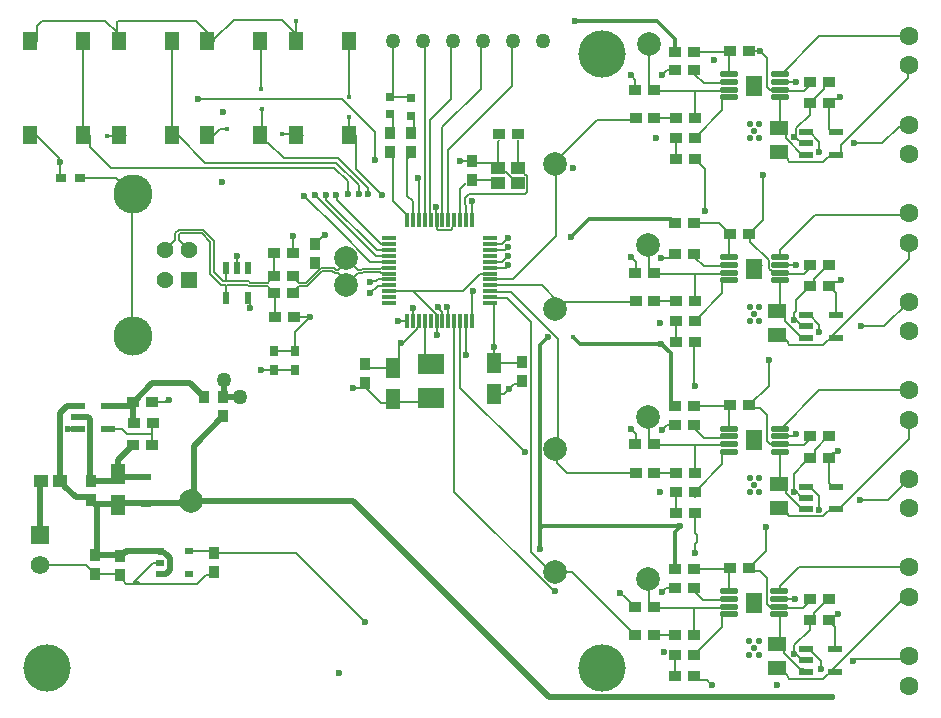
<source format=gtl>
G04*
G04 #@! TF.GenerationSoftware,Altium Limited,Altium Designer,24.8.2 (39)*
G04*
G04 Layer_Physical_Order=1*
G04 Layer_Color=255*
%FSLAX44Y44*%
%MOMM*%
G71*
G04*
G04 #@! TF.SameCoordinates,DE467F84-66AF-4C6A-BC95-973404F0CDF1*
G04*
G04*
G04 #@! TF.FilePolarity,Positive*
G04*
G01*
G75*
%ADD11C,0.5080*%
%ADD23R,1.2954X1.5494*%
%ADD24C,2.0000*%
%ADD25R,0.7000X0.9500*%
%ADD26R,0.3000X1.2000*%
%ADD27R,1.2000X0.3000*%
%ADD28R,1.0000X0.9500*%
G04:AMPARAMS|DCode=29|XSize=1.47mm|YSize=0.48mm|CornerRadius=0.06mm|HoleSize=0mm|Usage=FLASHONLY|Rotation=0.000|XOffset=0mm|YOffset=0mm|HoleType=Round|Shape=RoundedRectangle|*
%AMROUNDEDRECTD29*
21,1,1.4700,0.3600,0,0,0.0*
21,1,1.3500,0.4800,0,0,0.0*
1,1,0.1200,0.6750,-0.1800*
1,1,0.1200,-0.6750,-0.1800*
1,1,0.1200,-0.6750,0.1800*
1,1,0.1200,0.6750,0.1800*
%
%ADD29ROUNDEDRECTD29*%
G04:AMPARAMS|DCode=30|XSize=1.21mm|YSize=0.59mm|CornerRadius=0.0738mm|HoleSize=0mm|Usage=FLASHONLY|Rotation=0.000|XOffset=0mm|YOffset=0mm|HoleType=Round|Shape=RoundedRectangle|*
%AMROUNDEDRECTD30*
21,1,1.2100,0.4425,0,0,0.0*
21,1,1.0625,0.5900,0,0,0.0*
1,1,0.1475,0.5313,-0.2213*
1,1,0.1475,-0.5313,-0.2213*
1,1,0.1475,-0.5313,0.2213*
1,1,0.1475,0.5313,0.2213*
%
%ADD30ROUNDEDRECTD30*%
%ADD31R,0.9500X1.0000*%
%ADD32R,2.2300X1.8000*%
%ADD33R,0.6000X1.1000*%
%ADD34R,1.6002X1.2700*%
%ADD35R,1.2300X1.8000*%
%ADD36R,0.8000X0.5500*%
%ADD37R,0.8000X0.8000*%
%ADD38R,0.9500X0.7000*%
%ADD39R,1.3061X1.0582*%
%ADD40R,0.8300X0.6300*%
%ADD41R,1.1938X0.9906*%
%ADD58C,1.2700*%
%ADD63R,1.5700X1.5700*%
%ADD64C,1.5700*%
%ADD69R,1.4300X1.7600*%
%ADD70C,0.2032*%
%ADD71C,0.3048*%
%ADD72C,0.2000*%
%ADD73C,4.0000*%
%ADD74C,1.6000*%
%ADD75C,1.4280*%
%ADD76R,1.4280X1.4280*%
%ADD77C,3.3160*%
%ADD78C,0.4500*%
%ADD79C,0.6000*%
%ADD80C,0.5500*%
D11*
X455000Y15000D02*
X695000D01*
X154000Y181000D02*
X289000D01*
X455000Y15000D01*
X114000Y179289D02*
X150288D01*
X72038Y178438D02*
X89461D01*
X91389Y179289D02*
X114000D01*
X89461Y178438D02*
X90000Y177900D01*
X91389Y179289D01*
X39886Y198875D02*
X41125D01*
X44751Y194010D02*
Y195249D01*
X54301Y184460D02*
X64790D01*
X41125Y198875D02*
X44751Y195249D01*
Y194010D02*
X54301Y184460D01*
X67000Y181750D02*
Y182000D01*
X64790Y184460D02*
X67000Y182250D01*
Y182000D02*
Y182250D01*
X179000Y269000D02*
X193000D01*
X179500Y269500D02*
Y283500D01*
X179000Y269000D02*
X179500Y269500D01*
Y283500D02*
X180000Y284000D01*
X40761Y198000D02*
Y255585D01*
X46676Y261500D01*
X56450D01*
X128471Y138290D02*
X131455Y135306D01*
X131473D01*
X133998Y122686D02*
Y132781D01*
X124960Y138290D02*
X128471D01*
X131473Y135306D02*
X133998Y132781D01*
X124540Y138710D02*
X124960Y138290D01*
X126000Y119500D02*
X126210Y119710D01*
X131022D01*
X133998Y122686D01*
X97186Y138939D02*
X124312D01*
X94210Y137460D02*
X95707D01*
X92000Y135000D02*
Y135250D01*
X71300Y177700D02*
X71950Y177050D01*
X67000Y181750D02*
X70311Y178438D01*
X70561D02*
X71300Y177700D01*
X71950Y136250D02*
Y177050D01*
X71000Y135300D02*
X71950Y136250D01*
X70311Y178438D02*
X70561D01*
X91262Y135738D02*
X92000Y135000D01*
X95707Y137460D02*
X97186Y138939D01*
X71300Y177700D02*
X72038Y178438D01*
X150288Y179289D02*
X152000Y181000D01*
X92000Y135250D02*
X94210Y137460D01*
X71438Y135738D02*
X91262D01*
X66190Y198810D02*
Y250810D01*
X65000Y252000D02*
X66190Y250810D01*
X56450Y252000D02*
X65000D01*
X66190Y198810D02*
X67000Y198000D01*
X90000Y204100D02*
X92950Y201150D01*
X114000D01*
X90000Y216250D02*
X102750Y229000D01*
X103000D01*
X90000Y204100D02*
Y216250D01*
X84866Y198000D02*
X90000Y203134D01*
X67000Y198000D02*
X84866D01*
X90000Y203134D02*
Y204100D01*
X152000Y181000D02*
X154000Y183000D01*
Y228000D02*
X179000Y253000D01*
X154000Y183000D02*
Y228000D01*
X151250Y281000D02*
X163000Y269250D01*
X103250Y265000D02*
X119250Y281000D01*
X151250D01*
X163000Y269000D02*
Y269250D01*
X103000Y247000D02*
Y265000D01*
X81550Y261500D02*
X99500D01*
X103000Y265000D01*
X103250D01*
X24000Y152700D02*
Y196761D01*
D23*
X60613Y570775D02*
D03*
X15613D02*
D03*
Y491275D02*
D03*
X60613D02*
D03*
X135613D02*
D03*
X90613D02*
D03*
Y570775D02*
D03*
X135613D02*
D03*
X210613Y491275D02*
D03*
X165613D02*
D03*
Y570775D02*
D03*
X210613D02*
D03*
X285613Y491275D02*
D03*
X240613D02*
D03*
Y570775D02*
D03*
X285613D02*
D03*
D24*
X283439Y363800D02*
D03*
X283000Y387000D02*
D03*
X460000Y466906D02*
D03*
Y344000D02*
D03*
Y225000D02*
D03*
Y121000D02*
D03*
X540000Y568000D02*
D03*
X538849Y397670D02*
D03*
Y252670D02*
D03*
X538628Y114926D02*
D03*
X152000Y181000D02*
D03*
D25*
X240000Y291750D02*
D03*
Y308250D02*
D03*
X222000Y291750D02*
D03*
Y308250D02*
D03*
D26*
X389730Y418800D02*
D03*
X384730D02*
D03*
X379730D02*
D03*
X374730D02*
D03*
X369730D02*
D03*
X364730D02*
D03*
X359730D02*
D03*
X354730D02*
D03*
X349730D02*
D03*
X344730D02*
D03*
X339730D02*
D03*
X334730D02*
D03*
Y333800D02*
D03*
X339730D02*
D03*
X344730D02*
D03*
X349730D02*
D03*
X354730D02*
D03*
X359730D02*
D03*
X364730D02*
D03*
X369730D02*
D03*
X374730D02*
D03*
X379730D02*
D03*
X384730D02*
D03*
X389730D02*
D03*
D27*
X319730Y403800D02*
D03*
Y398800D02*
D03*
Y393800D02*
D03*
Y388800D02*
D03*
Y383800D02*
D03*
Y378800D02*
D03*
Y373800D02*
D03*
Y368800D02*
D03*
Y363800D02*
D03*
Y358800D02*
D03*
Y353800D02*
D03*
Y348800D02*
D03*
X404730D02*
D03*
Y353800D02*
D03*
Y358800D02*
D03*
Y363800D02*
D03*
Y368800D02*
D03*
Y373800D02*
D03*
Y378800D02*
D03*
Y383800D02*
D03*
Y388800D02*
D03*
Y393800D02*
D03*
Y398800D02*
D03*
Y403800D02*
D03*
D28*
X429000Y492000D02*
D03*
X413000D02*
D03*
X691849Y535943D02*
D03*
X675849D02*
D03*
X691628Y98198D02*
D03*
X675628D02*
D03*
X528068Y67562D02*
D03*
X544067D02*
D03*
X675628Y80255D02*
D03*
X691628D02*
D03*
X527704Y91562D02*
D03*
X543704D02*
D03*
X561628Y108000D02*
D03*
X577628D02*
D03*
X578068Y33138D02*
D03*
X562068D02*
D03*
X608068Y124562D02*
D03*
X624067D02*
D03*
X562068Y67562D02*
D03*
X578068D02*
D03*
X562068Y51138D02*
D03*
X578068D02*
D03*
X577628Y124000D02*
D03*
X561628D02*
D03*
X577849Y416745D02*
D03*
X561849D02*
D03*
X675849Y518000D02*
D03*
X691849D02*
D03*
X528289Y350307D02*
D03*
X544289D02*
D03*
X578289Y315882D02*
D03*
X562289D02*
D03*
X561849Y390745D02*
D03*
X577849D02*
D03*
X675849Y363000D02*
D03*
X691849D02*
D03*
Y380943D02*
D03*
X675849D02*
D03*
X527925Y374307D02*
D03*
X543925D02*
D03*
X527925Y529306D02*
D03*
X543925D02*
D03*
X561849Y545745D02*
D03*
X577849D02*
D03*
X528289Y505307D02*
D03*
X544289D02*
D03*
X691849Y218000D02*
D03*
X675849D02*
D03*
Y235943D02*
D03*
X691849D02*
D03*
X577849Y245745D02*
D03*
X561849D02*
D03*
X578289Y470882D02*
D03*
X562289D02*
D03*
Y170882D02*
D03*
X578289D02*
D03*
X543925Y229307D02*
D03*
X527925D02*
D03*
X544289Y205307D02*
D03*
X528289D02*
D03*
X608289Y407307D02*
D03*
X624289D02*
D03*
X577849Y561745D02*
D03*
X561849D02*
D03*
X608289Y562307D02*
D03*
X624289D02*
D03*
X562289Y350307D02*
D03*
X578289D02*
D03*
X562289Y333882D02*
D03*
X578289D02*
D03*
Y205307D02*
D03*
X562289D02*
D03*
Y505307D02*
D03*
X578289D02*
D03*
X562289Y488882D02*
D03*
X578289D02*
D03*
Y188882D02*
D03*
X562289D02*
D03*
X561849Y261745D02*
D03*
X577849D02*
D03*
X624289Y262307D02*
D03*
X608289D02*
D03*
X104000Y247000D02*
D03*
X120000D02*
D03*
X103000Y265000D02*
D03*
X119000D02*
D03*
X119000Y229000D02*
D03*
X103000D02*
D03*
X238000Y357000D02*
D03*
Y372158D02*
D03*
X222000Y357000D02*
D03*
Y372158D02*
D03*
X238000Y391000D02*
D03*
X222000D02*
D03*
X223000Y337000D02*
D03*
X239000D02*
D03*
D29*
X650128Y104750D02*
D03*
Y98250D02*
D03*
Y91750D02*
D03*
Y85250D02*
D03*
X607128D02*
D03*
Y91750D02*
D03*
Y98250D02*
D03*
Y104750D02*
D03*
X650349Y242495D02*
D03*
Y235995D02*
D03*
Y229495D02*
D03*
Y222995D02*
D03*
X607349D02*
D03*
Y229495D02*
D03*
Y235995D02*
D03*
Y242495D02*
D03*
X650349Y387495D02*
D03*
Y380995D02*
D03*
Y374495D02*
D03*
Y367995D02*
D03*
X607349D02*
D03*
Y374495D02*
D03*
Y380995D02*
D03*
Y387495D02*
D03*
X650349Y542495D02*
D03*
Y535994D02*
D03*
Y529495D02*
D03*
Y522994D02*
D03*
X607349D02*
D03*
Y529495D02*
D03*
Y535994D02*
D03*
Y542495D02*
D03*
D30*
X672450Y493500D02*
D03*
Y484000D02*
D03*
Y474500D02*
D03*
X697550D02*
D03*
Y493500D02*
D03*
X697329Y55756D02*
D03*
Y36755D02*
D03*
X672229D02*
D03*
Y46255D02*
D03*
Y55756D02*
D03*
X697550Y338500D02*
D03*
Y319500D02*
D03*
X672450D02*
D03*
Y329000D02*
D03*
Y338500D02*
D03*
X697550Y193500D02*
D03*
Y174500D02*
D03*
X672450D02*
D03*
Y184000D02*
D03*
Y193500D02*
D03*
X81550Y261500D02*
D03*
Y242500D02*
D03*
X56450D02*
D03*
Y252000D02*
D03*
Y261500D02*
D03*
D31*
X432000Y283000D02*
D03*
Y299000D02*
D03*
X299000Y297000D02*
D03*
Y281000D02*
D03*
X67000Y198000D02*
D03*
Y182000D02*
D03*
X179000Y269000D02*
D03*
Y253000D02*
D03*
X163000Y269000D02*
D03*
X171000Y121000D02*
D03*
Y137000D02*
D03*
X92000Y119000D02*
D03*
Y135000D02*
D03*
X257000Y383000D02*
D03*
Y399000D02*
D03*
X390000Y453000D02*
D03*
Y469000D02*
D03*
X320000Y477000D02*
D03*
Y493000D02*
D03*
X338000Y477000D02*
D03*
Y493000D02*
D03*
X71000Y119300D02*
D03*
Y135300D02*
D03*
D32*
X354730Y297600D02*
D03*
Y268400D02*
D03*
D33*
X200500Y353500D02*
D03*
X181500D02*
D03*
Y378500D02*
D03*
X191000D02*
D03*
X200500D02*
D03*
D34*
X647779Y60368D02*
D03*
Y40048D02*
D03*
X648000Y341717D02*
D03*
Y321397D02*
D03*
X649306Y175390D02*
D03*
Y195710D02*
D03*
Y476397D02*
D03*
Y496717D02*
D03*
D35*
X323000Y267800D02*
D03*
Y294000D02*
D03*
X90000Y177900D02*
D03*
Y204100D02*
D03*
X408000Y298100D02*
D03*
Y271900D02*
D03*
D36*
X150000Y138500D02*
D03*
Y119500D02*
D03*
X126000D02*
D03*
Y129000D02*
D03*
Y138500D02*
D03*
D37*
X320000Y508500D02*
D03*
Y523500D02*
D03*
X338000Y522500D02*
D03*
Y507500D02*
D03*
D38*
X58250Y455000D02*
D03*
X41750D02*
D03*
D39*
X25239Y198000D02*
D03*
X40761D02*
D03*
D40*
X114000Y178850D02*
D03*
Y201150D02*
D03*
D41*
X428500Y450500D02*
D03*
X411500D02*
D03*
Y463500D02*
D03*
X428500D02*
D03*
D58*
X449600Y571000D02*
D03*
X424200D02*
D03*
X398800D02*
D03*
X373400D02*
D03*
X348000D02*
D03*
X322600D02*
D03*
X193000Y269000D02*
D03*
X180000Y284000D02*
D03*
D63*
X24000Y152700D02*
D03*
D64*
Y127300D02*
D03*
D69*
X628628Y95000D02*
D03*
X628849Y232745D02*
D03*
Y377745D02*
D03*
Y532744D02*
D03*
D70*
X89000Y572388D02*
Y586810D01*
Y572388D02*
X90613Y570775D01*
X90190Y588000D02*
X155810D01*
X89000Y586810D02*
X90190Y588000D01*
X238503Y491000D02*
X246338D01*
X229000Y492000D02*
X237503D01*
X238503Y491000D01*
X90613Y492000D02*
X91338Y491275D01*
X89338Y490000D02*
X90613Y491275D01*
X81000Y490000D02*
X89338D01*
X91338Y491275D02*
X96613D01*
X90613D02*
Y492000D01*
X239882Y577506D02*
X241000D01*
Y588000D01*
Y571162D02*
Y577506D01*
X240613Y570775D02*
X241000Y571162D01*
X285613Y491275D02*
X286000Y491662D01*
Y506000D01*
X285613Y523500D02*
Y570775D01*
X212000Y492662D02*
Y513000D01*
X158000Y522000D02*
X279422D01*
X308000Y493423D01*
X210613Y513000D02*
X212000D01*
X210613Y491275D02*
X212000Y492662D01*
X211000Y530000D02*
Y570388D01*
X210613Y570775D02*
X211000Y570388D01*
X135613Y491275D02*
Y570775D01*
X60613Y491275D02*
Y570775D01*
X21613D02*
Y583613D01*
X26000Y588000D01*
X79388D01*
X89882Y577506D01*
X155810Y588000D02*
X157000Y586810D01*
Y586658D02*
Y586810D01*
Y586658D02*
X171613Y572045D01*
Y570775D02*
Y572045D01*
X188000Y588432D01*
Y588810D01*
X228578D01*
X239882Y577506D01*
X391563Y467437D02*
X407563D01*
X390000Y469000D02*
X391563Y467437D01*
X407563D02*
X411500Y463500D01*
X308567Y388800D02*
X316574D01*
X257000Y440367D02*
X308567Y388800D01*
X364246Y334284D02*
Y341156D01*
X361055Y344347D02*
Y345420D01*
Y344347D02*
X364246Y341156D01*
X222000Y291750D02*
X240000D01*
X211000Y292000D02*
X221750D01*
X222000Y291750D01*
Y308250D02*
X240000D01*
X369730Y478730D02*
X424000Y533000D01*
Y573199D01*
X397000Y530000D02*
Y573956D01*
X364730Y497730D02*
X397000Y530000D01*
X372000Y522000D02*
Y575117D01*
X354158Y504158D02*
X372000Y522000D01*
X354158Y424974D02*
Y504158D01*
X344587Y418943D02*
X344730Y418800D01*
X349730D02*
Y571263D01*
X344587Y418943D02*
Y454857D01*
X344444Y455000D02*
X344587Y454857D01*
X322600Y565600D02*
Y571000D01*
Y565600D02*
X323000Y566000D01*
X230214Y471674D02*
X276579D01*
X210613Y490005D02*
X216074Y484544D01*
X210613Y490005D02*
Y491275D01*
X216074Y484544D02*
X217344D01*
X230214Y471674D01*
X164008Y467610D02*
X274895D01*
X141613Y490005D02*
X164008Y467610D01*
X141613Y490005D02*
Y491275D01*
X274895Y467610D02*
X294064Y448441D01*
X66613Y481387D02*
X84454Y463546D01*
X273212D01*
X66613Y481387D02*
Y491275D01*
X542184Y529807D02*
X543684Y528307D01*
X585858Y528494D02*
X607358D01*
X544309Y531682D02*
X545684Y530307D01*
X578298Y504307D02*
Y528057D01*
X539950Y570417D02*
X542184Y572651D01*
X543684Y528307D02*
X543934D01*
X539950Y532041D02*
X542184Y529807D01*
X440143Y220252D02*
Y224631D01*
X379730Y277270D02*
X434559Y222441D01*
X440000Y224773D02*
Y333000D01*
Y220109D02*
X440143Y220252D01*
X434559Y222441D02*
X434857D01*
X440000Y138000D02*
Y220109D01*
Y138000D02*
X454195Y123805D01*
X440000Y224773D02*
X440143Y224631D01*
X468040Y225000D02*
Y229960D01*
X462000Y213000D02*
Y223000D01*
Y213000D02*
X470000Y205000D01*
X460000Y225000D02*
X462000Y223000D01*
X423159Y358316D02*
X463000Y318475D01*
Y223391D02*
Y318475D01*
X374730Y189254D02*
Y333800D01*
Y189254D02*
X458984Y105000D01*
X460000D01*
X419684Y353316D02*
X440000Y333000D01*
X404730Y378800D02*
X418410D01*
X420610Y381000D01*
X420043Y388730D02*
X420610D01*
X404730Y383800D02*
X415113D01*
X420043Y388730D01*
X461000Y469000D02*
X496000Y504000D01*
X527925D01*
X461000Y406000D02*
Y469000D01*
X456000Y468406D02*
X461000D01*
X424252Y369252D02*
X461000Y406000D01*
X405214Y358316D02*
X423159D01*
X253000Y336940D02*
Y337000D01*
X240000Y323940D02*
X253000Y336940D01*
X239000Y337000D02*
X253000D01*
X240000Y308250D02*
Y323940D01*
X340026Y359000D02*
X382000D01*
X339826Y358800D02*
X340026Y359000D01*
X382000D02*
X396316Y373316D01*
X359246Y334284D02*
Y339754D01*
X356626Y342000D02*
X357000D01*
X339826Y358800D02*
X356626Y342000D01*
X357000D02*
X359246Y339754D01*
X319730Y358800D02*
X339826D01*
X368629Y345682D02*
X369246Y345066D01*
Y334284D02*
Y345066D01*
Y334284D02*
X369730Y333800D01*
X359865Y322135D02*
Y333665D01*
X359246Y334284D02*
X359865Y333665D01*
X364246Y334284D02*
X364730Y333800D01*
X323000Y523500D02*
Y566000D01*
X257000Y399000D02*
Y399250D01*
X264202Y406452D01*
X265000D01*
X216826Y363055D02*
X218016Y361865D01*
X221750Y357000D02*
X222000D01*
X200730Y363055D02*
X216826D01*
X218016Y360734D02*
X221750Y357000D01*
X199309Y364476D02*
X200730Y363055D01*
X181500Y363286D02*
X182690Y364476D01*
X199309D01*
X181500Y353500D02*
Y363286D01*
X221750Y372158D02*
X222000D01*
X218016Y360734D02*
Y361865D01*
Y368424D02*
X221750Y372158D01*
X216826Y366103D02*
X218016Y367293D01*
Y368424D01*
X200572Y367524D02*
X201992Y366103D01*
X216826D01*
X181500Y368714D02*
Y378500D01*
Y368714D02*
X182690Y367524D01*
X200572D01*
X180310Y364476D02*
X181500Y363286D01*
X178626Y367524D02*
X180310D01*
X177364Y364476D02*
X180310D01*
X171427Y374723D02*
X178626Y367524D01*
X168379Y373461D02*
X177364Y364476D01*
X171427Y374723D02*
Y401693D01*
X168379Y373461D02*
Y400431D01*
X162072Y411048D02*
X171427Y401693D01*
X142714Y408000D02*
X160810D01*
X141452Y411048D02*
X162072D01*
X180310Y367524D02*
X181500Y368714D01*
X160810Y408000D02*
X168379Y400431D01*
X138476Y402176D02*
Y408072D01*
X141452Y411048D01*
X141524Y402176D02*
Y406810D01*
X142714Y408000D01*
X141524Y402176D02*
X150000Y393700D01*
X130000D02*
X138476Y402176D01*
X323000Y294000D02*
X325150D01*
X299000Y297000D02*
X302000Y294000D01*
X323000D01*
X325150D02*
X328134Y296984D01*
X330000Y315000D02*
X330759Y315759D01*
X332063D01*
X343262Y327832D02*
X344730Y329300D01*
Y333800D01*
X330000Y313926D02*
Y315000D01*
X328134Y312060D02*
X330000Y313926D01*
X332063Y315759D02*
X343262Y326958D01*
Y327832D01*
X328134Y296984D02*
Y312060D01*
X655340Y488510D02*
Y491383D01*
X650564Y496160D02*
X655340Y491383D01*
Y488510D02*
X669350Y474500D01*
X650358Y496160D02*
X650564D01*
X656022Y187828D02*
Y190496D01*
Y187828D02*
X669350Y174500D01*
X650358Y196160D02*
X656022Y190496D01*
X650358Y341160D02*
X654865Y336653D01*
Y333985D02*
Y336653D01*
Y333985D02*
X669350Y319500D01*
X650237Y58415D02*
X653618Y55034D01*
Y52160D02*
Y55034D01*
Y52160D02*
X667089Y38689D01*
X454195Y123805D02*
X466973D01*
X469779Y121000D01*
X171613Y491275D02*
X176158Y495820D01*
X182000D01*
X21613Y490005D02*
Y491275D01*
Y490005D02*
X40241Y471377D01*
Y468759D02*
Y471377D01*
Y468759D02*
X41000Y468000D01*
X238000Y391000D02*
X238286Y391286D01*
Y406000D01*
X587000Y427000D02*
Y462171D01*
X684000Y476434D02*
Y485050D01*
X658533Y468502D02*
X687237D01*
X657343Y469692D02*
X658533Y468502D01*
X657343Y469692D02*
Y470506D01*
X650358Y475840D02*
X652009D01*
X657343Y470506D01*
X687237Y468502D02*
X691301Y472566D01*
X713000Y484000D02*
X736944D01*
X701846Y482261D02*
X758917Y539332D01*
Y548917D02*
X760000Y550000D01*
X758917Y539332D02*
Y548917D01*
X701846Y476434D02*
Y482261D01*
X662579Y489216D02*
X664368Y491005D01*
Y488982D02*
Y496860D01*
X675849Y508341D01*
X664368Y488982D02*
X669350Y484000D01*
X650349Y535994D02*
X663865D01*
X662772Y340264D02*
X664518Y342010D01*
X662772Y335903D02*
Y340264D01*
X664894Y333456D02*
X669350Y329000D01*
X663817Y334052D02*
Y334216D01*
X664412Y333456D02*
X664894D01*
X663817Y334052D02*
X664412Y333456D01*
X662579Y334216D02*
X663817D01*
X662772Y335903D02*
X663817Y334859D01*
X669350Y329000D02*
X672450D01*
X719000Y329000D02*
X739000D01*
X742000Y182000D02*
X760000Y200000D01*
X718000Y182000D02*
X742000D01*
X702584Y176584D02*
X760000Y234000D01*
X700650Y174500D02*
X702584Y176434D01*
X760000Y234000D02*
Y250000D01*
X702584Y176434D02*
Y176584D01*
X588343Y29404D02*
X592461Y25286D01*
X581802Y29404D02*
X588343D01*
X592461Y25286D02*
X592779D01*
X685000Y38689D02*
Y46084D01*
X662711Y52673D02*
X663021Y52363D01*
X662711Y52673D02*
Y59136D01*
X663021Y52135D02*
Y52363D01*
X662357Y51471D02*
X663021Y52135D01*
X650128Y98250D02*
X650156Y98222D01*
X663284D02*
X663312Y98195D01*
X650156Y98222D02*
X663284D01*
X662167Y189627D02*
X662579Y189216D01*
X662167Y191183D02*
Y204318D01*
Y189627D02*
Y191183D01*
X669350Y184000D01*
X275473Y436247D02*
Y439581D01*
X274895Y440158D02*
X275473Y439581D01*
Y436247D02*
X312468Y399252D01*
X266561Y436439D02*
Y439806D01*
Y436439D02*
X309200Y393800D01*
X266000Y440367D02*
X266561Y439806D01*
X319395Y393800D02*
X319563Y393967D01*
X309200Y393800D02*
X319395D01*
X247680Y439720D02*
X276915Y410484D01*
X277038D01*
X303722Y383800D02*
X319730D01*
X277038Y410484D02*
X303722Y383800D01*
X354246Y419284D02*
X354730Y418800D01*
X354158Y424974D02*
X354246Y424886D01*
Y419284D02*
Y424886D01*
X359444Y430000D02*
X359587Y429857D01*
X364730Y418800D02*
Y497730D01*
X359587Y418943D02*
Y429857D01*
Y418943D02*
X359730Y418800D01*
X404730Y393800D02*
X417337D01*
X419537Y396000D01*
X420610D01*
X414931Y398800D02*
X419931Y403800D01*
X420113D01*
X404730Y398800D02*
X414931D01*
X384873Y305143D02*
X385016Y305000D01*
X384730Y333800D02*
X384873Y333657D01*
Y305143D02*
Y333657D01*
X379730Y277270D02*
Y333800D01*
X339730D02*
Y345000D01*
X588114Y416745D02*
X598851D01*
X577849D02*
X588114D01*
X598851D02*
X608289Y407307D01*
X607358Y406307D02*
X608298D01*
X607358Y386495D02*
Y405367D01*
X608298Y406307D01*
X408000Y312100D02*
Y348316D01*
X407516Y348800D02*
X408000Y348316D01*
X404730Y348800D02*
X407516D01*
X408000Y271900D02*
X416900D01*
X425392Y280392D01*
X408000Y271900D02*
X410100Y274000D01*
X425392Y280392D02*
X429780D01*
X431582Y282194D01*
X408000Y298100D02*
X435215D01*
X408224Y302466D02*
Y308000D01*
Y302466D02*
X410295Y300395D01*
X408224Y302466D02*
Y308000D01*
Y300358D02*
Y302466D01*
Y300358D02*
X410332D01*
X408000Y298100D02*
X410332Y300432D01*
X408224Y308000D02*
Y311876D01*
X289134Y277000D02*
X300000D01*
Y276750D02*
X312950Y263800D01*
X324000D01*
X300000Y276750D02*
Y277000D01*
X325270Y265070D02*
X354730D01*
X324000Y263800D02*
X325270Y265070D01*
X349730Y294270D02*
Y333800D01*
X639000Y139244D02*
Y159266D01*
X391000Y358197D02*
Y359000D01*
X389730Y333800D02*
Y356927D01*
X391000Y358197D01*
X223000Y353248D02*
Y354248D01*
Y337000D02*
Y353248D01*
X222000Y372158D02*
Y391000D01*
Y354248D02*
X223000Y353248D01*
X303920Y367634D02*
X308750D01*
X303352Y367066D02*
X303920Y367634D01*
X308750D02*
X309916Y368800D01*
X319730D01*
X191000Y378500D02*
Y389000D01*
X201432Y345568D02*
Y352568D01*
X200500Y353500D02*
X201432Y352568D01*
Y345568D02*
X202000Y345000D01*
X562289Y170882D02*
X562289Y170882D01*
X562289Y170882D02*
Y188882D01*
X544289Y205307D02*
X562289D01*
X578000Y279154D02*
Y315593D01*
X578289Y470882D02*
X587000Y462171D01*
X693847Y473888D02*
X699301D01*
X701846Y476434D01*
X624539Y407307D02*
X636000Y418768D01*
Y457000D01*
X527991Y349000D02*
X528298Y349307D01*
X404730Y363800D02*
X449000D01*
X470000Y350000D02*
X485000D01*
X405182Y369252D02*
X424252D01*
X404730Y368800D02*
X405182Y369252D01*
X241000Y137000D02*
X299000Y79000D01*
X171000Y137000D02*
X241000D01*
X157000Y111000D02*
X164392Y118392D01*
X168392D02*
X171000Y121000D01*
X109000Y111000D02*
X157000D01*
X164392Y118392D02*
X168392D01*
X103560Y113000D02*
X119351Y128790D01*
X107000Y113000D02*
X109000Y111000D01*
X103560Y113000D02*
X107000D01*
X119351Y128790D02*
X125318D01*
X97641Y111000D02*
X109000D01*
X125318Y128790D02*
X125528Y129000D01*
X97626Y111016D02*
X97641Y111000D01*
X97186Y111016D02*
X97626D01*
X94210Y113992D02*
X97186Y111016D01*
X91700Y119300D02*
X94210Y116790D01*
Y113992D02*
Y116790D01*
X578779Y154025D02*
Y170882D01*
X714141Y47473D02*
X757473D01*
X712000Y46000D02*
X712668D01*
X714141Y47473D01*
X672229Y55756D02*
X675329D01*
X685000Y46084D01*
X692303Y34822D02*
X693626Y36144D01*
X691080Y34822D02*
X692303D01*
X658312Y30758D02*
X687016D01*
X691080Y34822D01*
X651788Y38096D02*
X657122Y32761D01*
Y31948D02*
Y32761D01*
X650137Y38096D02*
X651788D01*
X657122Y31948D02*
X658312Y30758D01*
X578295Y144450D02*
X580000Y146156D01*
X578295Y137000D02*
Y144450D01*
X580000Y146156D02*
Y152803D01*
X469779Y121000D02*
X474630D01*
X470000Y205000D02*
X527982D01*
X578779Y154025D02*
X580000Y152803D01*
X628052Y128296D02*
X639000Y139244D01*
X626259Y128296D02*
X628052D01*
X623637Y122000D02*
X633637D01*
X623858Y259745D02*
X633858D01*
X649085Y91802D02*
X650137Y90750D01*
X649306Y229547D02*
X650358Y228495D01*
X675387Y95700D02*
X675637D01*
X649306Y529547D02*
X650358Y528494D01*
X675608Y233445D02*
X675858D01*
X675608Y378445D02*
X675858D01*
X675608Y533445D02*
X675858D01*
X672450Y193500D02*
X675550D01*
X683500Y185550D01*
Y174000D02*
Y185550D01*
X692525Y172566D02*
X693847Y173888D01*
X691301Y172566D02*
X692525D01*
X687237Y168502D02*
X691301Y172566D01*
X524000Y387750D02*
X528298Y383452D01*
Y374679D02*
Y383452D01*
X527925Y374307D02*
X528298Y374679D01*
X555032Y386713D02*
X555329Y387011D01*
X558115D02*
X561849Y390745D01*
X549484Y386713D02*
X555032D01*
X555329Y387011D02*
X558115D01*
X578000Y279154D02*
X578516Y278638D01*
X641000Y278768D02*
Y301000D01*
X624539Y262307D02*
X641000Y278768D01*
X683864Y324018D02*
Y330187D01*
X675550Y338500D02*
X683864Y330187D01*
X672450Y338500D02*
X675550D01*
X578000Y315593D02*
X578289Y315882D01*
X624289Y262307D02*
X624539D01*
X359865Y322135D02*
X360000Y322000D01*
X396316Y373316D02*
X404246D01*
X404730Y373800D01*
X434529Y441296D02*
X436501Y443269D01*
X429516Y463500D02*
X433453Y459563D01*
X434643Y457485D02*
X435311D01*
X428500Y463500D02*
X429516D01*
X436501Y443269D02*
Y456295D01*
X433453Y458675D02*
X434643Y457485D01*
X433453Y458675D02*
Y459563D01*
X435311Y457485D02*
X436501Y456295D01*
X380000Y469000D02*
X390000D01*
X411500Y463500D02*
Y485500D01*
X413000Y487000D01*
X418421Y459563D02*
X427484Y450500D01*
X415437Y459563D02*
X418421D01*
X427484Y450500D02*
X428500D01*
X411500Y463500D02*
X415437Y459563D01*
X373262Y412832D02*
X374246Y413816D01*
X361404Y410768D02*
X372072D01*
X373262Y411958D02*
Y412832D01*
X374246Y413816D02*
Y418316D01*
X372072Y410768D02*
X373262Y411958D01*
X374246Y418316D02*
X374730Y418800D01*
X360214Y411958D02*
X361404Y410768D01*
X360214Y411958D02*
Y418316D01*
X340000Y523500D02*
X341000Y522500D01*
X323000Y523500D02*
X340000D01*
X323000Y493000D02*
Y508500D01*
X323000Y493000D02*
X323000Y493000D01*
X369730Y419278D02*
Y478730D01*
X695583Y366734D02*
X699750D01*
X691849Y363000D02*
X695583Y366734D01*
X699750D02*
X701266Y368250D01*
X701934D01*
X691849Y363000D02*
X692099D01*
X697550Y338500D02*
Y357549D01*
X692099Y363000D02*
X697550Y357549D01*
X694450Y193500D02*
X697550D01*
X691849Y196101D02*
Y218000D01*
Y196101D02*
X694450Y193500D01*
X695583Y221734D02*
X697816D01*
X699332Y223250D01*
X700000D01*
X691849Y218000D02*
X695583Y221734D01*
X695362Y83989D02*
X697095D01*
X698611Y85506D01*
X699279D01*
X691628Y80255D02*
X695362Y83989D01*
X691628Y80255D02*
X691878D01*
X697329Y55756D02*
Y74805D01*
X691878Y80255D02*
X697329Y74805D01*
X757473Y47473D02*
X760000Y50000D01*
X754957Y55043D02*
X760000Y50000D01*
Y50000D02*
Y50000D01*
X650786Y109008D02*
X666779Y125000D01*
X761479D01*
X693626Y37367D02*
X759779Y103520D01*
X693626Y36144D02*
Y37367D01*
X650786Y105408D02*
Y109008D01*
X669129Y46255D02*
X672229D01*
X650128Y104750D02*
X650786Y105408D01*
X663021Y52363D02*
X669129Y46255D01*
X474630Y121000D02*
X528068Y67562D01*
X577637Y105000D02*
X577887D01*
X585637Y97250D01*
X527454Y91562D02*
X527704D01*
X550279Y103969D02*
X554310Y108000D01*
X578068Y33138D02*
X581802Y29404D01*
X562068Y33138D02*
X562068Y33138D01*
X543712Y90562D02*
X578326D01*
X542462Y92562D02*
X542712D01*
X544087Y93937D02*
X545462Y92562D01*
X544087Y93937D02*
X545462Y95312D01*
X543462Y90562D02*
X543712D01*
X539728Y94296D02*
X543462Y90562D01*
X539728Y94296D02*
Y112834D01*
X562068Y33138D02*
Y51138D01*
X578887Y52000D02*
X601403Y74516D01*
X544067Y67562D02*
X562068D01*
X578076Y47138D02*
X578326D01*
X554310Y108000D02*
X561628D01*
X538637Y113926D02*
X539728Y112834D01*
X578199Y123562D02*
X608076D01*
X577637Y123000D02*
X578199Y123562D01*
X514779Y103256D02*
X515489D01*
X519057Y99688D02*
X519328D01*
X515489Y103256D02*
X519057Y99688D01*
X519328D02*
X527454Y91562D01*
X667089Y38689D02*
X670303D01*
X641876Y91802D02*
X649085D01*
X639637Y94041D02*
X641876Y91802D01*
X691378Y98198D02*
X691628D01*
X679612Y86432D02*
X691378Y98198D01*
X679612Y83989D02*
Y86432D01*
X670437Y90750D02*
X675387Y95700D01*
X650137Y90750D02*
X670437D01*
X623628Y125666D02*
X626259Y128296D01*
X624067Y124562D02*
Y125226D01*
X623628Y125666D02*
X624067Y125226D01*
X607137Y122622D02*
X608076Y123562D01*
X607137Y103750D02*
Y122622D01*
X675878Y80255D02*
X679612Y83989D01*
X675628Y80255D02*
X675878D01*
X650137Y58415D02*
Y85250D01*
X633637Y122000D02*
X639637Y116000D01*
Y94041D02*
Y116000D01*
X601403Y74516D02*
Y82866D01*
X602787Y84250D02*
X607137D01*
X601403Y82866D02*
X602787Y84250D01*
X585637Y97250D02*
X607137D01*
X585637Y90750D02*
X607137D01*
X585449Y90562D02*
X585637Y90750D01*
X578326Y90562D02*
X585449D01*
X578076Y90312D02*
X578326Y90562D01*
X578076Y66562D02*
Y90312D01*
X662711Y59136D02*
X675628Y72053D01*
X670303Y38689D02*
X672237Y36755D01*
X675628Y72053D02*
Y80255D01*
X698860Y522778D02*
X700801D01*
X701273Y523250D01*
X697816Y521734D02*
X698860Y522778D01*
X695583Y521734D02*
X697816D01*
X691849Y518000D02*
X695583Y521734D01*
X691849Y496101D02*
Y518000D01*
Y496101D02*
X694450Y493500D01*
X697550D01*
X675849Y218000D02*
X676099D01*
X675599D02*
X675849D01*
X650349Y235995D02*
X661582D01*
X663332Y237745D01*
X664000D01*
X663817Y380969D02*
X663842Y380943D01*
X650375Y380969D02*
X663817D01*
X650349Y380995D02*
X650375Y380969D01*
X623858Y404745D02*
X624076D01*
X625248Y400699D02*
Y403573D01*
X640967Y378104D02*
Y384979D01*
X645399Y374495D02*
X650349D01*
X624076Y404745D02*
X625248Y403573D01*
X643331Y376563D02*
X645399Y374495D01*
X640967Y378104D02*
X642509Y376563D01*
X643331D01*
X625248Y400699D02*
X640967Y384979D01*
X669350Y174500D02*
X672459D01*
X662167Y204318D02*
X671865Y214016D01*
X669350Y184000D02*
X672450D01*
X671865Y214266D02*
X675599Y218000D01*
X671865Y214016D02*
Y214266D01*
X664518Y351669D02*
X675849Y363000D01*
X664518Y342010D02*
Y351669D01*
X678884Y365867D02*
X679751Y366734D01*
Y369095D01*
X691599Y380943D01*
X676524Y365867D02*
X678884D01*
X669350Y319500D02*
X672459D01*
X675550Y493500D02*
X684000Y485050D01*
X672450Y493500D02*
X675550D01*
X669350Y474500D02*
X672459D01*
X675849Y508341D02*
Y518000D01*
X669350Y484000D02*
X672450D01*
X675849Y518000D02*
X675849Y518000D01*
X676099D01*
X687865Y529766D01*
Y532209D01*
X691599Y535943D01*
X691849D01*
X639858Y531786D02*
Y556298D01*
X633849Y562307D02*
X639858Y556298D01*
X736944Y484000D02*
X750961Y498016D01*
X739000Y329000D02*
X760000Y350000D01*
X683864Y575000D02*
X760000D01*
X650358Y541494D02*
X683864Y575000D01*
X758016Y498016D02*
X760000Y500000D01*
X750961Y498016D02*
X758016D01*
X760000Y386265D02*
Y400000D01*
X693847Y320112D02*
X760000Y386265D01*
X650349Y393349D02*
X680000Y423000D01*
X650349Y387495D02*
Y393349D01*
X680000Y423000D02*
X758000D01*
X693847Y318888D02*
Y320112D01*
X697550Y174500D02*
X700650D01*
X650358Y241495D02*
X683864Y275000D01*
X760136D01*
X405214Y353316D02*
X419684D01*
X524000Y242000D02*
X528289Y237711D01*
Y229671D02*
Y237711D01*
X527925Y229307D02*
X528289Y229671D01*
X485000Y350000D02*
X527982D01*
X470000D02*
X485000D01*
X462800D02*
X470000D01*
X404730Y353800D02*
X405214Y353316D01*
X404730Y358800D02*
X405214Y358316D01*
X449000Y363800D02*
X462800Y350000D01*
X691301Y472566D02*
X692525D01*
X693847Y473888D01*
X562289Y315882D02*
X562289Y315882D01*
X562289Y315882D02*
Y333882D01*
X624289Y407307D02*
X624539D01*
X538858Y396670D02*
X539950Y395579D01*
X633849Y382129D02*
Y382744D01*
Y382129D02*
X634983Y380995D01*
X691599Y380943D02*
X691849D01*
X670658Y373495D02*
X675608Y378445D01*
X657343Y314692D02*
X658533Y313502D01*
X650358Y320840D02*
X652009D01*
X658533Y313502D02*
X687237D01*
X692525Y317566D02*
X693847Y318888D01*
X687237Y313502D02*
X691301Y317566D01*
X692525D01*
X652009Y320840D02*
X657343Y315506D01*
Y314692D02*
Y315506D01*
X539950Y377041D02*
Y395579D01*
Y377041D02*
X543684Y373307D01*
X542684Y375307D02*
X542934D01*
X544309Y376682D02*
X545684Y378056D01*
X544309Y376682D02*
X545684Y375307D01*
X577858Y387745D02*
X578108D01*
X585858Y379995D01*
X607358D01*
X588463Y561307D02*
X588650Y561493D01*
X578420Y561307D02*
X588463D01*
X626420Y562307D02*
X633849D01*
X588650Y561493D02*
X607358D01*
Y541494D02*
Y560367D01*
X608298Y561307D01*
X607358D02*
X608298D01*
X607358D02*
Y561493D01*
X429000Y464000D02*
Y487000D01*
X542684Y530307D02*
X542934D01*
X578108Y542745D02*
X585858Y534995D01*
X524000Y541713D02*
X527925Y537788D01*
X577858Y542745D02*
X578108D01*
X527925Y529306D02*
Y537788D01*
X539950Y532041D02*
Y570417D01*
X550500Y541713D02*
X554531Y545745D01*
X561849D01*
X544289Y505307D02*
X562289D01*
X527991Y504000D02*
X528298Y504307D01*
X543934Y528307D02*
X578548D01*
X650358Y175840D02*
X652009D01*
X657343Y169692D02*
Y170506D01*
X652009Y175840D02*
X657343Y170506D01*
X658533Y168502D02*
X687237D01*
X601624Y357261D02*
Y365611D01*
X603008Y366995D01*
X607358D01*
X544289Y350307D02*
X562289D01*
X578298Y329882D02*
X578548D01*
X579108Y334745D02*
X601624Y357261D01*
X578298Y349307D02*
Y373057D01*
X650358Y341160D02*
Y367995D01*
Y373495D02*
X670658D01*
X543684Y373307D02*
X543934D01*
X585858Y373495D02*
X607358D01*
X578548Y373307D02*
X585670D01*
X585858Y373495D01*
X543934Y373307D02*
X578548D01*
X578298Y373057D02*
X578548Y373307D01*
X650358Y228495D02*
X670658D01*
X642097Y229547D02*
X649306D01*
X650358Y196160D02*
Y222995D01*
X639858Y231786D02*
X642097Y229547D01*
X578298Y204307D02*
Y228057D01*
X578548Y228307D01*
X670658Y228495D02*
X675608Y233445D01*
X676099Y218000D02*
X679833Y221734D01*
Y224177D01*
X691599Y235943D01*
X691849D01*
X554531Y245745D02*
X561849D01*
X601624Y212261D02*
Y220611D01*
X585858Y228495D02*
X607358D01*
X585858Y234995D02*
X607358D01*
X585670Y228307D02*
X585858Y228495D01*
X578108Y242745D02*
X585858Y234995D01*
X577858Y242745D02*
X578108D01*
X578548Y228307D02*
X585670D01*
X579108Y189745D02*
X601624Y212261D01*
X603008Y221995D02*
X607358D01*
X601624Y220611D02*
X603008Y221995D01*
X544309Y231682D02*
X545684Y233057D01*
X550500Y241713D02*
X554531Y245745D01*
X544309Y231682D02*
X545684Y230307D01*
X578298Y528057D02*
X578548Y528307D01*
X603008Y521995D02*
X607358D01*
X585670Y528307D02*
X585858Y528494D01*
X601624Y520611D02*
X603008Y521995D01*
X578548Y528307D02*
X585670D01*
X585858Y534995D02*
X607358D01*
X544309Y531682D02*
X545684Y533056D01*
X579108Y489745D02*
X601624Y512261D01*
X670658Y528494D02*
X675608Y533445D01*
X650358Y528494D02*
X670658D01*
X650358Y496160D02*
Y522995D01*
X639858Y531786D02*
X642097Y529547D01*
X649306D01*
X601624Y512261D02*
Y520611D01*
X578298Y484882D02*
X578548D01*
X562289Y470882D02*
Y488882D01*
Y470882D02*
X562289Y470882D01*
X428500Y463500D02*
X429000Y464000D01*
X409000Y453000D02*
X411500Y450500D01*
X543684Y228307D02*
X543934D01*
X578548D01*
X539950Y232041D02*
X543684Y228307D01*
X578298Y184882D02*
X578548D01*
X633858Y259745D02*
X639858Y253745D01*
X539950Y232041D02*
Y250579D01*
X542684Y230307D02*
X542934D01*
X538858Y251670D02*
X539950Y250579D01*
X607358Y260367D02*
X608298Y261307D01*
X577858Y260745D02*
X578420Y261307D01*
X608298D01*
X657343Y169692D02*
X658533Y168502D01*
X607358Y241495D02*
Y260367D01*
X639858Y231786D02*
Y253745D01*
X130197Y265000D02*
X132197Y267000D01*
X133000D01*
X119000Y265000D02*
X130197D01*
X71000Y119300D02*
X91700D01*
X24000Y127300D02*
X63250D01*
X71000Y119550D01*
Y119300D02*
Y119550D01*
X88400Y455000D02*
X102000Y441400D01*
X58250Y455000D02*
X88400D01*
X41000Y455750D02*
Y468000D01*
Y455750D02*
X41750Y455000D01*
X102000Y321000D02*
Y441400D01*
X150000Y138500D02*
X169500D01*
X171000Y137000D01*
X309794Y363348D02*
X319278D01*
X303416Y356970D02*
X309794Y363348D01*
X319278D02*
X319730Y363800D01*
X308000Y470000D02*
Y493423D01*
X276579Y471674D02*
X301705Y446548D01*
X294064Y441064D02*
Y448441D01*
X291613Y462387D02*
Y491275D01*
X285000Y441000D02*
Y451758D01*
X301705Y441295D02*
Y446548D01*
X273212Y463546D02*
X285000Y451758D01*
X291613Y462387D02*
X314000Y440000D01*
X301705Y441295D02*
X302000Y441000D01*
X294000D02*
X294064Y441064D01*
X323000Y435030D02*
Y477000D01*
Y435030D02*
X334730Y423300D01*
X312468Y399252D02*
X319278D01*
X319730Y398800D01*
X119000Y229000D02*
X119000Y229000D01*
Y238000D01*
X97940D02*
X119000D01*
Y247000D01*
X93440Y242500D02*
X97940Y238000D01*
X81550Y242500D02*
X93440D01*
X335000Y439763D02*
X339704Y435059D01*
X341000Y476750D02*
Y477000D01*
X337016Y473016D02*
X337266D01*
X335000Y439763D02*
Y471000D01*
X337266Y473016D02*
X341000Y476750D01*
X335000Y471000D02*
X337016Y473016D01*
X341000Y493000D02*
Y507500D01*
X339704Y418826D02*
Y435059D01*
X379640Y430709D02*
Y445140D01*
X387392Y441296D02*
X434529D01*
X383704Y437608D02*
X387392Y441296D01*
X379640Y445140D02*
X385000Y450500D01*
X384730Y418800D02*
Y431366D01*
X383704Y432392D02*
X384730Y431366D01*
X379640Y430709D02*
X379730Y430619D01*
Y418800D02*
Y430619D01*
X383704Y432392D02*
Y437608D01*
X389730Y418800D02*
X389865Y418935D01*
Y434865D01*
X390000Y435000D01*
X339704Y418826D02*
X339730Y418800D01*
X334530Y334000D02*
X334730Y333800D01*
X327000Y334000D02*
X334530D01*
X24000Y196761D02*
X25239Y198000D01*
X390000Y453000D02*
X409000D01*
X334730Y418800D02*
Y423300D01*
D71*
X447000Y313000D02*
X454000Y320000D01*
X447000Y157968D02*
Y313000D01*
Y157000D02*
Y157968D01*
X447968D02*
X450000Y160000D01*
X447000Y157000D02*
X447968Y157968D01*
X447000Y141000D02*
Y157000D01*
X450000Y160000D02*
X566279D01*
X561628Y154661D02*
X566038Y159071D01*
X561628Y124000D02*
Y154661D01*
X566038Y159071D02*
Y159759D01*
X475000Y320000D02*
X481000Y314000D01*
X550000D01*
X488888Y420000D02*
X558594D01*
X561849Y416745D01*
X473888Y405000D02*
X488888Y420000D01*
X477049Y588049D02*
X546451D01*
X477000Y588000D02*
X477049Y588049D01*
X550000Y314000D02*
X557865Y306135D01*
Y265479D02*
X559732Y263612D01*
X561133D01*
X557865Y265479D02*
Y306135D01*
X546451Y588049D02*
X561849Y572651D01*
X47571Y242500D02*
X56450D01*
X561849Y561745D02*
Y572651D01*
D72*
X283439Y364020D02*
Y366818D01*
X249087Y366087D02*
X261883Y378883D01*
X319230Y374300D02*
X319730Y373800D01*
X312488Y374300D02*
X319230D01*
X297799Y374792D02*
X311996D01*
X283439Y364020D02*
X293312Y373892D01*
X296899D01*
X297799Y374792D01*
X293312Y376908D02*
X295650D01*
X296550Y377808D02*
X311996D01*
X295650Y376908D02*
X296550Y377808D01*
X311996Y374792D02*
X312488Y374300D01*
Y378300D02*
X319230D01*
X311996Y377808D02*
X312488Y378300D01*
X283439Y363800D02*
Y364020D01*
X319230Y378300D02*
X319730Y378800D01*
X283220Y387000D02*
X293312Y376908D01*
X283000Y387000D02*
X283220D01*
X276365Y373892D02*
X283439Y366818D01*
X273459Y373892D02*
X276365D01*
X283000Y383543D02*
Y387000D01*
X261883Y378883D02*
X272733D01*
X274708Y376908D02*
X276365D01*
X272733Y378883D02*
X274708Y376908D01*
X276365D02*
X283000Y383543D01*
X271484Y375868D02*
X273459Y373892D01*
X263132Y375868D02*
X271484D01*
X250336Y363071D02*
X263132Y375868D01*
X243172Y363071D02*
X250336D01*
X242000Y361900D02*
X243172Y363071D01*
Y366087D02*
X249087D01*
X242000Y367258D02*
X243172Y366087D01*
X238250Y372158D02*
X242000Y368408D01*
Y367258D02*
Y368408D01*
X238000Y357000D02*
X238250D01*
X242000Y360750D02*
Y361900D01*
X238250Y357000D02*
X242000Y360750D01*
X238000Y372158D02*
X238250D01*
D73*
X30000Y40000D02*
D03*
X500000D02*
D03*
Y560000D02*
D03*
D74*
X760000Y25000D02*
D03*
Y50000D02*
D03*
Y175000D02*
D03*
Y200000D02*
D03*
Y325000D02*
D03*
Y350000D02*
D03*
Y475000D02*
D03*
Y500000D02*
D03*
Y100000D02*
D03*
Y125000D02*
D03*
Y250000D02*
D03*
Y275000D02*
D03*
Y400000D02*
D03*
Y425000D02*
D03*
Y550000D02*
D03*
Y575000D02*
D03*
D75*
X150000Y393700D02*
D03*
X130000D02*
D03*
Y368700D02*
D03*
D76*
X150000D02*
D03*
D77*
X102900Y441400D02*
D03*
Y321000D02*
D03*
D78*
X229000Y492000D02*
D03*
X81000Y490000D02*
D03*
X241000Y588000D02*
D03*
X286000Y506000D02*
D03*
X285613Y523500D02*
D03*
X212000Y513000D02*
D03*
X211000Y530000D02*
D03*
X475000Y320000D02*
D03*
X182000Y495820D02*
D03*
D79*
X361055Y345420D02*
D03*
X253000Y337000D02*
D03*
X211000Y292000D02*
D03*
X344444Y455000D02*
D03*
X447000Y141000D02*
D03*
X434857Y222441D02*
D03*
X552516Y52993D02*
D03*
X460000Y105000D02*
D03*
X566279Y160000D02*
D03*
X420000Y381000D02*
D03*
X473888Y405000D02*
D03*
X475000Y463000D02*
D03*
X477000Y588000D02*
D03*
X454000Y320000D02*
D03*
X550000Y314000D02*
D03*
X368629Y345682D02*
D03*
X265000Y406452D02*
D03*
X636000Y457000D02*
D03*
X330000Y315000D02*
D03*
X277000Y36000D02*
D03*
X238286Y406000D02*
D03*
X587000Y427000D02*
D03*
X684000Y476434D02*
D03*
X713000Y484000D02*
D03*
X662579Y489216D02*
D03*
X663865Y535994D02*
D03*
X662579Y334216D02*
D03*
X719000Y329000D02*
D03*
X718000Y182000D02*
D03*
X592779Y25286D02*
D03*
X647779D02*
D03*
X695000Y15000D02*
D03*
X685000Y38689D02*
D03*
X662357Y51471D02*
D03*
X663312Y98195D02*
D03*
X662579Y189216D02*
D03*
X257000Y440367D02*
D03*
X266000D02*
D03*
X274895Y440158D02*
D03*
X247680Y439720D02*
D03*
X359444Y430000D02*
D03*
X420000Y396000D02*
D03*
Y388730D02*
D03*
Y403800D02*
D03*
X385016Y305000D02*
D03*
X339730Y345000D02*
D03*
X47571Y242500D02*
D03*
X421000Y276000D02*
D03*
X289134Y277000D02*
D03*
X639000Y159266D02*
D03*
X408224Y311876D02*
D03*
X303352Y367066D02*
D03*
X191000Y389000D02*
D03*
X202000Y345000D02*
D03*
X391000Y359000D02*
D03*
X299000Y79000D02*
D03*
X712000Y46000D02*
D03*
X578295Y137000D02*
D03*
X683500Y174000D02*
D03*
X524000Y387750D02*
D03*
X549484Y386713D02*
D03*
X578516Y278638D02*
D03*
X641000Y301000D02*
D03*
X683864Y324018D02*
D03*
X360000Y322000D02*
D03*
X380000Y469000D02*
D03*
X701934Y368250D02*
D03*
X700000Y223250D02*
D03*
X699279Y85506D02*
D03*
X514779Y103256D02*
D03*
X550279Y103969D02*
D03*
X701273Y523250D02*
D03*
X664000Y237745D02*
D03*
X663842Y380943D02*
D03*
X545684Y488882D02*
D03*
X524000Y242000D02*
D03*
X550500Y541713D02*
D03*
X595000Y555000D02*
D03*
X524000Y541713D02*
D03*
X633849Y562307D02*
D03*
X549000Y188882D02*
D03*
X550500Y241713D02*
D03*
X549000Y332000D02*
D03*
X179000Y511000D02*
D03*
X66000Y228000D02*
D03*
X133000Y267000D02*
D03*
X41000Y468000D02*
D03*
X178000Y451000D02*
D03*
X303416Y356970D02*
D03*
X327000Y334000D02*
D03*
X308000Y470000D02*
D03*
X158000Y522000D02*
D03*
X314000Y440000D02*
D03*
X302000Y441000D02*
D03*
X294000D02*
D03*
X285000D02*
D03*
X390000Y435000D02*
D03*
D80*
X628628Y57088D02*
D03*
X624628Y51088D02*
D03*
X632628D02*
D03*
Y63088D02*
D03*
X624628D02*
D03*
X628849Y194833D02*
D03*
X624849Y188833D02*
D03*
X632849D02*
D03*
Y200833D02*
D03*
X624849D02*
D03*
X628849Y339833D02*
D03*
X624849Y333833D02*
D03*
X632849D02*
D03*
Y345833D02*
D03*
X624849D02*
D03*
X628849Y494833D02*
D03*
X624849Y488833D02*
D03*
X632849D02*
D03*
Y500833D02*
D03*
X624849D02*
D03*
X628628Y95000D02*
D03*
X624628Y101000D02*
D03*
X632628D02*
D03*
Y89000D02*
D03*
X624628D02*
D03*
X628849Y232745D02*
D03*
X624849Y238745D02*
D03*
X632849D02*
D03*
Y226745D02*
D03*
X624849D02*
D03*
X628849Y377745D02*
D03*
X624849Y383745D02*
D03*
X632849D02*
D03*
Y371745D02*
D03*
X624849D02*
D03*
X628849Y532744D02*
D03*
X624849Y538745D02*
D03*
X632849D02*
D03*
Y526744D02*
D03*
X624849D02*
D03*
M02*

</source>
